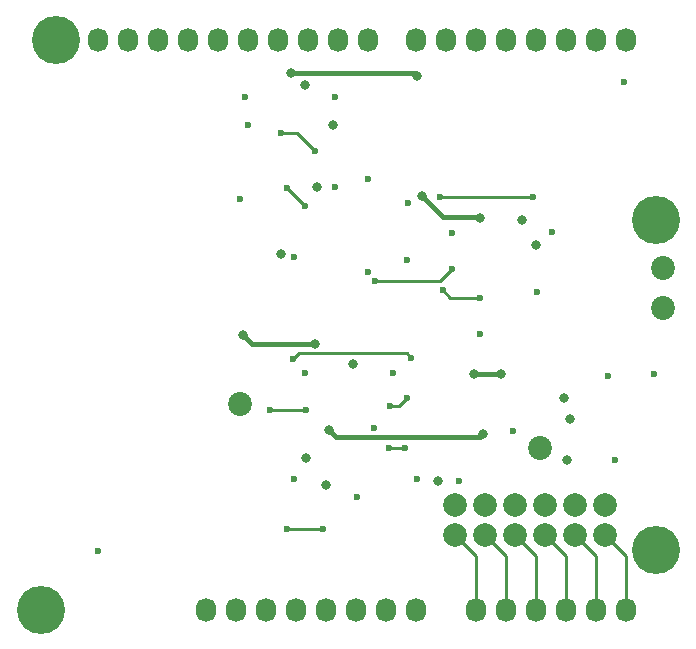
<source format=gbl>
G04 #@! TF.GenerationSoftware,KiCad,Pcbnew,(5.1.9)-1*
G04 #@! TF.CreationDate,2021-12-17T16:24:56-06:00*
G04 #@! TF.ProjectId,DEVLPR,4445564c-5052-42e6-9b69-6361645f7063,rev?*
G04 #@! TF.SameCoordinates,Original*
G04 #@! TF.FileFunction,Copper,L4,Bot*
G04 #@! TF.FilePolarity,Positive*
%FSLAX46Y46*%
G04 Gerber Fmt 4.6, Leading zero omitted, Abs format (unit mm)*
G04 Created by KiCad (PCBNEW (5.1.9)-1) date 2021-12-17 16:24:56*
%MOMM*%
%LPD*%
G01*
G04 APERTURE LIST*
G04 #@! TA.AperFunction,ComponentPad*
%ADD10C,2.020000*%
G04 #@! TD*
G04 #@! TA.AperFunction,ComponentPad*
%ADD11C,2.000000*%
G04 #@! TD*
G04 #@! TA.AperFunction,ComponentPad*
%ADD12O,1.727200X2.032000*%
G04 #@! TD*
G04 #@! TA.AperFunction,ComponentPad*
%ADD13C,4.064000*%
G04 #@! TD*
G04 #@! TA.AperFunction,ViaPad*
%ADD14C,0.600000*%
G04 #@! TD*
G04 #@! TA.AperFunction,ViaPad*
%ADD15C,0.800000*%
G04 #@! TD*
G04 #@! TA.AperFunction,Conductor*
%ADD16C,0.250000*%
G04 #@! TD*
G04 #@! TA.AperFunction,Conductor*
%ADD17C,0.400000*%
G04 #@! TD*
G04 APERTURE END LIST*
D10*
X177673000Y-94869000D03*
X167259000Y-110109000D03*
X177673000Y-98298000D03*
X141859000Y-106426000D03*
D11*
X172720000Y-117475000D03*
X170180000Y-117475000D03*
X167640000Y-117475000D03*
X165100000Y-117475000D03*
X162560000Y-117475000D03*
X160020000Y-117475000D03*
X160020000Y-114935000D03*
X162560000Y-114935000D03*
X165100000Y-114935000D03*
X167640000Y-114935000D03*
X170180000Y-114935000D03*
X172720000Y-114935000D03*
D12*
X138938000Y-123825000D03*
X141478000Y-123825000D03*
X144018000Y-123825000D03*
X146558000Y-123825000D03*
X149098000Y-123825000D03*
X151638000Y-123825000D03*
X154178000Y-123825000D03*
X156718000Y-123825000D03*
X161798000Y-123825000D03*
X164338000Y-123825000D03*
X166878000Y-123825000D03*
X169418000Y-123825000D03*
X171958000Y-123825000D03*
X174498000Y-123825000D03*
X129794000Y-75565000D03*
X132334000Y-75565000D03*
X134874000Y-75565000D03*
X137414000Y-75565000D03*
X139954000Y-75565000D03*
X142494000Y-75565000D03*
X145034000Y-75565000D03*
X147574000Y-75565000D03*
X150114000Y-75565000D03*
X152654000Y-75565000D03*
X156718000Y-75565000D03*
X159258000Y-75565000D03*
X161798000Y-75565000D03*
X164338000Y-75565000D03*
X166878000Y-75565000D03*
X169418000Y-75565000D03*
X171958000Y-75565000D03*
X174498000Y-75565000D03*
D13*
X124968000Y-123825000D03*
X177038000Y-118745000D03*
X126238000Y-75565000D03*
X177038000Y-90805000D03*
D14*
X168275000Y-91821000D03*
X152654000Y-95250000D03*
X154813000Y-103759000D03*
X147320000Y-103759000D03*
X160401000Y-112903000D03*
X156845000Y-112776000D03*
X151765000Y-114300000D03*
X146431000Y-112776000D03*
X153162000Y-108458000D03*
X167005000Y-96901000D03*
X159766000Y-91948000D03*
X142494000Y-82804000D03*
X142240000Y-80391000D03*
X149860000Y-80391000D03*
X156083000Y-89408000D03*
X155956000Y-94234000D03*
X152654000Y-87376000D03*
X149860000Y-88011000D03*
X141859000Y-89027000D03*
X164973000Y-108712000D03*
X172974000Y-104013000D03*
X176911000Y-103886000D03*
X173609000Y-111125000D03*
X174371000Y-79121000D03*
X129830000Y-118836000D03*
D15*
X158623000Y-112903000D03*
X151384000Y-102997000D03*
X147320000Y-79375000D03*
X149733000Y-82804000D03*
X169545000Y-111125000D03*
X169291000Y-105918000D03*
X165735000Y-90805000D03*
X166878000Y-92964000D03*
X149098000Y-113284000D03*
X147447000Y-110998000D03*
X148336000Y-88011000D03*
X145288000Y-93726000D03*
X169799000Y-107696000D03*
D14*
X166624000Y-88900000D03*
X158750000Y-88900000D03*
X147320000Y-89662000D03*
X145796000Y-88138000D03*
X144399000Y-106934000D03*
X147447000Y-106934000D03*
X145796000Y-116967000D03*
X148844000Y-116967000D03*
X154432000Y-110109000D03*
X155829000Y-110109000D03*
X148209000Y-84963000D03*
X145288000Y-83439000D03*
D15*
X146177000Y-78359000D03*
X156845000Y-78613000D03*
X157226000Y-88773000D03*
X162179000Y-90678000D03*
X142113000Y-100584000D03*
X148209000Y-101346000D03*
X149352000Y-108585000D03*
X162433000Y-108966000D03*
X161671000Y-103886000D03*
X163957000Y-103886000D03*
D14*
X159766000Y-94996000D03*
X153289000Y-96012000D03*
X146431000Y-93980000D03*
X162179000Y-100457000D03*
X156337000Y-102489000D03*
X146304000Y-102616000D03*
X154559000Y-106553000D03*
X155956000Y-105918000D03*
X162179000Y-97409000D03*
X159004000Y-96774000D03*
D16*
X161798000Y-119253000D02*
X160020000Y-117475000D01*
X161798000Y-123825000D02*
X161798000Y-119253000D01*
X164338000Y-119253000D02*
X162560000Y-117475000D01*
X164338000Y-123825000D02*
X164338000Y-119253000D01*
X166878000Y-119253000D02*
X165100000Y-117475000D01*
X166878000Y-123825000D02*
X166878000Y-119253000D01*
X169418000Y-119253000D02*
X167640000Y-117475000D01*
X169418000Y-123825000D02*
X169418000Y-119253000D01*
X171958000Y-119253000D02*
X170180000Y-117475000D01*
X171958000Y-123825000D02*
X171958000Y-119253000D01*
X174498000Y-119253000D02*
X172720000Y-117475000D01*
X174498000Y-123825000D02*
X174498000Y-119253000D01*
X166624000Y-88900000D02*
X158750000Y-88900000D01*
X147320000Y-89662000D02*
X145796000Y-88138000D01*
X144399000Y-106934000D02*
X147447000Y-106934000D01*
X145796000Y-116967000D02*
X148844000Y-116967000D01*
X154432000Y-110109000D02*
X155829000Y-110109000D01*
X146685000Y-83439000D02*
X145288000Y-83439000D01*
X148209000Y-84963000D02*
X146685000Y-83439000D01*
D17*
X156591000Y-78359000D02*
X156845000Y-78613000D01*
X146177000Y-78359000D02*
X156591000Y-78359000D01*
X157226000Y-88773000D02*
X159004000Y-90551000D01*
X162052000Y-90551000D02*
X162179000Y-90678000D01*
X159004000Y-90551000D02*
X162052000Y-90551000D01*
X142113000Y-100584000D02*
X142875000Y-101346000D01*
X142875000Y-101346000D02*
X148209000Y-101346000D01*
X149352000Y-108585000D02*
X149825001Y-109058001D01*
X149825001Y-109058001D02*
X149987000Y-109220000D01*
X162179000Y-109220000D02*
X162433000Y-108966000D01*
X149987000Y-109220000D02*
X162179000Y-109220000D01*
X161671000Y-103886000D02*
X163957000Y-103886000D01*
D16*
X158750000Y-96012000D02*
X153289000Y-96012000D01*
X159766000Y-94996000D02*
X158750000Y-96012000D01*
X156337000Y-102489000D02*
X155956000Y-102108000D01*
X146812000Y-102108000D02*
X146304000Y-102616000D01*
X155956000Y-102108000D02*
X146812000Y-102108000D01*
X155321000Y-106553000D02*
X155956000Y-105918000D01*
X154559000Y-106553000D02*
X155321000Y-106553000D01*
X159639000Y-97409000D02*
X159004000Y-96774000D01*
X162179000Y-97409000D02*
X159639000Y-97409000D01*
M02*

</source>
